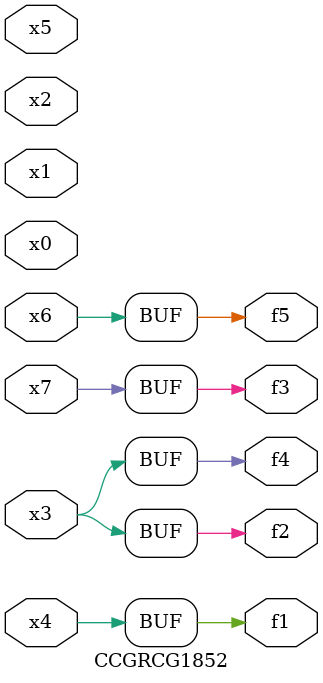
<source format=v>
module CCGRCG1852(
	input x0, x1, x2, x3, x4, x5, x6, x7,
	output f1, f2, f3, f4, f5
);
	assign f1 = x4;
	assign f2 = x3;
	assign f3 = x7;
	assign f4 = x3;
	assign f5 = x6;
endmodule

</source>
